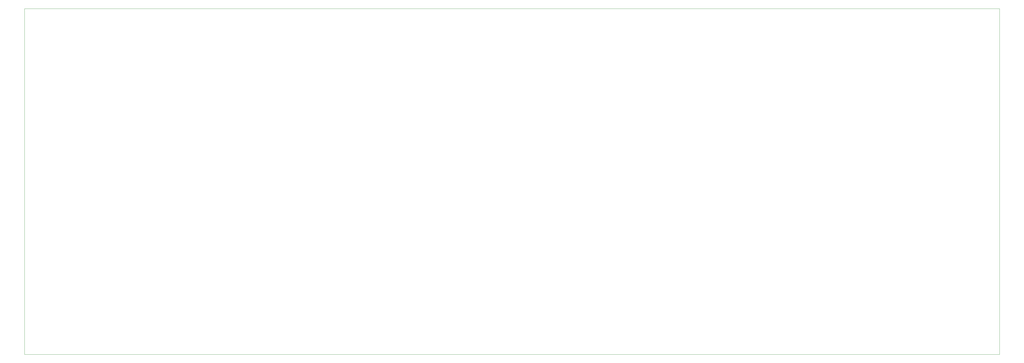
<source format=gm1>
G04 #@! TF.GenerationSoftware,KiCad,Pcbnew,8.0.6*
G04 #@! TF.CreationDate,2024-12-17T01:06:02+01:00*
G04 #@! TF.ProjectId,wxKeyboard,77784b65-7962-46f6-9172-642e6b696361,rev?*
G04 #@! TF.SameCoordinates,Original*
G04 #@! TF.FileFunction,Profile,NP*
%FSLAX46Y46*%
G04 Gerber Fmt 4.6, Leading zero omitted, Abs format (unit mm)*
G04 Created by KiCad (PCBNEW 8.0.6) date 2024-12-17 01:06:02*
%MOMM*%
%LPD*%
G01*
G04 APERTURE LIST*
G04 #@! TA.AperFunction,Profile*
%ADD10C,0.050000*%
G04 #@! TD*
G04 APERTURE END LIST*
D10*
X173000000Y-313500000D02*
X527100000Y-313500000D01*
X527100000Y-439000000D01*
X173000000Y-439000000D01*
X173000000Y-313500000D01*
M02*

</source>
